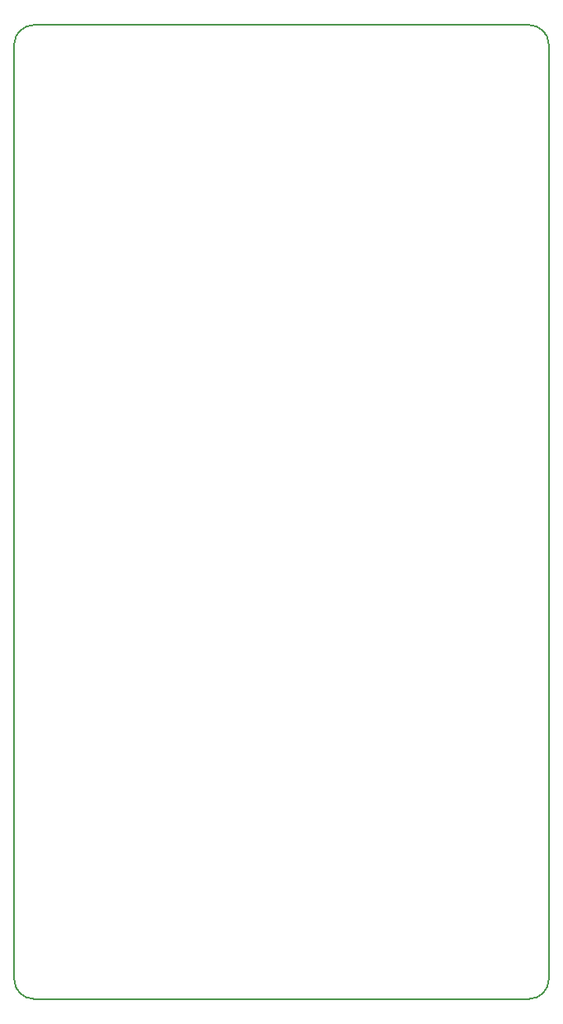
<source format=gbr>
G04 start of page 6 for group 4 idx 4 *
G04 Title: HETPREAMPS, outline *
G04 Creator: pcb 1.99z *
G04 CreationDate: Mi 04 Jun 2014 09:27:22 GMT UTC *
G04 For: stephan *
G04 Format: Gerber/RS-274X *
G04 PCB-Dimensions (mil): 2952.76 4724.41 *
G04 PCB-Coordinate-Origin: lower left *
%MOIN*%
%FSLAX25Y25*%
%LNOUTLINE*%
%ADD100C,0.0060*%
G54D100*X39370Y425197D02*Y47244D01*
X47244Y39370D02*X248031D01*
Y433071D02*X47244D01*
X255906Y47244D02*Y425197D01*
X47244Y433071D02*G75*G03X39370Y425197I0J-7874D01*G01*
Y47244D02*G75*G03X47244Y39370I7874J0D01*G01*
X255906Y425197D02*G75*G03X248031Y433071I-7874J0D01*G01*
Y39370D02*G75*G03X255906Y47244I0J7874D01*G01*
M02*

</source>
